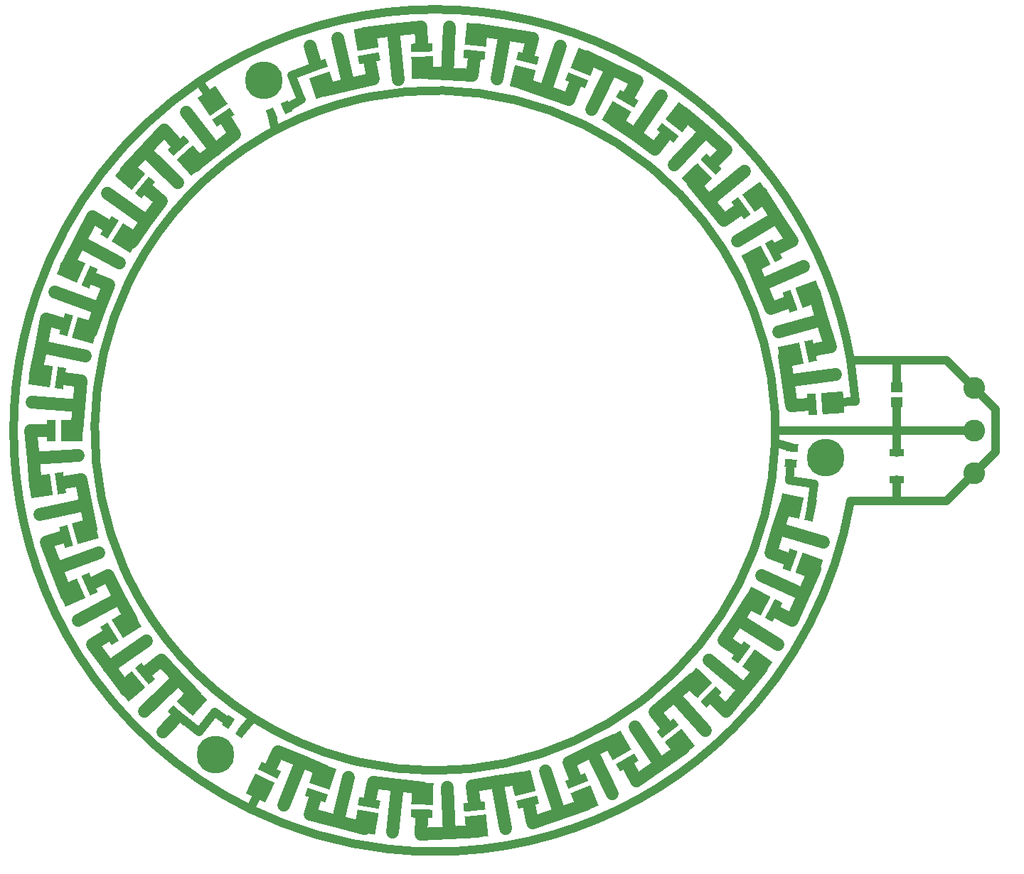
<source format=gtl>
G04 Layer_Physical_Order=1*
G04 Layer_Color=255*
%FSLAX44Y44*%
%MOMM*%
G71*
G01*
G75*
%ADD10C,1.0000*%
G04:AMPARAMS|DCode=11|XSize=0.95mm|YSize=1.4mm|CornerRadius=0mm|HoleSize=0mm|Usage=FLASHONLY|Rotation=266.017|XOffset=0mm|YOffset=0mm|HoleType=Round|Shape=Rectangle|*
%AMROTATEDRECTD11*
4,1,4,-0.6653,0.5225,0.7313,0.4252,0.6653,-0.5225,-0.7313,-0.4252,-0.6653,0.5225,0.0*
%
%ADD11ROTATEDRECTD11*%

G04:AMPARAMS|DCode=12|XSize=2.55mm|YSize=2.6mm|CornerRadius=0mm|HoleSize=0mm|Usage=FLASHONLY|Rotation=78.000|XOffset=0mm|YOffset=0mm|HoleType=Round|Shape=Rectangle|*
%AMROTATEDRECTD12*
4,1,4,1.0065,-1.5174,-1.5367,-0.9768,-1.0065,1.5174,1.5367,0.9768,1.0065,-1.5174,0.0*
%
%ADD12ROTATEDRECTD12*%

G04:AMPARAMS|DCode=13|XSize=2.55mm|YSize=1mm|CornerRadius=0mm|HoleSize=0mm|Usage=FLASHONLY|Rotation=78.000|XOffset=0mm|YOffset=0mm|HoleType=Round|Shape=Rectangle|*
%AMROTATEDRECTD13*
4,1,4,0.2240,-1.3511,-0.7542,-1.1432,-0.2240,1.3511,0.7542,1.1432,0.2240,-1.3511,0.0*
%
%ADD13ROTATEDRECTD13*%

%ADD14R,1.8000X0.9000*%
%ADD15R,1.4500X1.1500*%
G04:AMPARAMS|DCode=16|XSize=0.95mm|YSize=1.4mm|CornerRadius=0mm|HoleSize=0mm|Usage=FLASHONLY|Rotation=26.000|XOffset=0mm|YOffset=0mm|HoleType=Round|Shape=Rectangle|*
%AMROTATEDRECTD16*
4,1,4,-0.1201,-0.8374,-0.7338,0.4209,0.1201,0.8374,0.7338,-0.4209,-0.1201,-0.8374,0.0*
%
%ADD16ROTATEDRECTD16*%

G04:AMPARAMS|DCode=17|XSize=2.55mm|YSize=2.6mm|CornerRadius=0mm|HoleSize=0mm|Usage=FLASHONLY|Rotation=274.000|XOffset=0mm|YOffset=0mm|HoleType=Round|Shape=Rectangle|*
%AMROTATEDRECTD17*
4,1,4,-1.3858,1.1812,1.2079,1.3626,1.3858,-1.1812,-1.2079,-1.3626,-1.3858,1.1812,0.0*
%
%ADD17ROTATEDRECTD17*%

G04:AMPARAMS|DCode=18|XSize=2.55mm|YSize=1mm|CornerRadius=0mm|HoleSize=0mm|Usage=FLASHONLY|Rotation=274.000|XOffset=0mm|YOffset=0mm|HoleType=Round|Shape=Rectangle|*
%AMROTATEDRECTD18*
4,1,4,-0.5877,1.2370,0.4098,1.3068,0.5877,-1.2370,-0.4098,-1.3068,-0.5877,1.2370,0.0*
%
%ADD18ROTATEDRECTD18*%

G04:AMPARAMS|DCode=19|XSize=2.55mm|YSize=2.6mm|CornerRadius=0mm|HoleSize=0mm|Usage=FLASHONLY|Rotation=102.000|XOffset=0mm|YOffset=0mm|HoleType=Round|Shape=Rectangle|*
%AMROTATEDRECTD19*
4,1,4,1.5367,-0.9768,-1.0065,-1.5174,-1.5367,0.9768,1.0065,1.5174,1.5367,-0.9768,0.0*
%
%ADD19ROTATEDRECTD19*%

G04:AMPARAMS|DCode=20|XSize=2.55mm|YSize=1mm|CornerRadius=0mm|HoleSize=0mm|Usage=FLASHONLY|Rotation=102.000|XOffset=0mm|YOffset=0mm|HoleType=Round|Shape=Rectangle|*
%AMROTATEDRECTD20*
4,1,4,0.7542,-1.1432,-0.2240,-1.3511,-0.7542,1.1432,0.2240,1.3511,0.7542,-1.1432,0.0*
%
%ADD20ROTATEDRECTD20*%

G04:AMPARAMS|DCode=21|XSize=2.55mm|YSize=2.6mm|CornerRadius=0mm|HoleSize=0mm|Usage=FLASHONLY|Rotation=290.000|XOffset=0mm|YOffset=0mm|HoleType=Round|Shape=Rectangle|*
%AMROTATEDRECTD21*
4,1,4,-1.6577,0.7535,0.7855,1.6427,1.6577,-0.7535,-0.7855,-1.6427,-1.6577,0.7535,0.0*
%
%ADD21ROTATEDRECTD21*%

G04:AMPARAMS|DCode=22|XSize=2.55mm|YSize=1mm|CornerRadius=0mm|HoleSize=0mm|Usage=FLASHONLY|Rotation=290.000|XOffset=0mm|YOffset=0mm|HoleType=Round|Shape=Rectangle|*
%AMROTATEDRECTD22*
4,1,4,-0.9059,1.0271,0.0338,1.3691,0.9059,-1.0271,-0.0338,-1.3691,-0.9059,1.0271,0.0*
%
%ADD22ROTATEDRECTD22*%

G04:AMPARAMS|DCode=23|XSize=2.55mm|YSize=2.6mm|CornerRadius=0mm|HoleSize=0mm|Usage=FLASHONLY|Rotation=118.000|XOffset=0mm|YOffset=0mm|HoleType=Round|Shape=Rectangle|*
%AMROTATEDRECTD23*
4,1,4,1.7464,-0.5154,-0.5493,-1.7361,-1.7464,0.5154,0.5493,1.7361,1.7464,-0.5154,0.0*
%
%ADD23ROTATEDRECTD23*%

G04:AMPARAMS|DCode=24|XSize=2.55mm|YSize=1mm|CornerRadius=0mm|HoleSize=0mm|Usage=FLASHONLY|Rotation=118.000|XOffset=0mm|YOffset=0mm|HoleType=Round|Shape=Rectangle|*
%AMROTATEDRECTD24*
4,1,4,1.0400,-0.8910,0.1571,-1.3605,-1.0400,0.8910,-0.1571,1.3605,1.0400,-0.8910,0.0*
%
%ADD24ROTATEDRECTD24*%

G04:AMPARAMS|DCode=25|XSize=2.55mm|YSize=2.6mm|CornerRadius=0mm|HoleSize=0mm|Usage=FLASHONLY|Rotation=306.000|XOffset=0mm|YOffset=0mm|HoleType=Round|Shape=Rectangle|*
%AMROTATEDRECTD25*
4,1,4,-1.8012,0.2674,0.3023,1.7956,1.8012,-0.2674,-0.3023,-1.7956,-1.8012,0.2674,0.0*
%
%ADD25ROTATEDRECTD25*%

G04:AMPARAMS|DCode=26|XSize=2.55mm|YSize=1mm|CornerRadius=0mm|HoleSize=0mm|Usage=FLASHONLY|Rotation=306.000|XOffset=0mm|YOffset=0mm|HoleType=Round|Shape=Rectangle|*
%AMROTATEDRECTD26*
4,1,4,-1.1539,0.7376,-0.3449,1.3254,1.1539,-0.7376,0.3449,-1.3254,-1.1539,0.7376,0.0*
%
%ADD26ROTATEDRECTD26*%

G04:AMPARAMS|DCode=27|XSize=2.55mm|YSize=2.6mm|CornerRadius=0mm|HoleSize=0mm|Usage=FLASHONLY|Rotation=134.000|XOffset=0mm|YOffset=0mm|HoleType=Round|Shape=Rectangle|*
%AMROTATEDRECTD27*
4,1,4,1.8208,-0.0141,-0.0495,-1.8202,-1.8208,0.0141,0.0495,1.8202,1.8208,-0.0141,0.0*
%
%ADD27ROTATEDRECTD27*%

G04:AMPARAMS|DCode=28|XSize=2.55mm|YSize=1mm|CornerRadius=0mm|HoleSize=0mm|Usage=FLASHONLY|Rotation=134.000|XOffset=0mm|YOffset=0mm|HoleType=Round|Shape=Rectangle|*
%AMROTATEDRECTD28*
4,1,4,1.2454,-0.5698,0.5260,-1.2645,-1.2454,0.5698,-0.5260,1.2645,1.2454,-0.5698,0.0*
%
%ADD28ROTATEDRECTD28*%

G04:AMPARAMS|DCode=29|XSize=2.55mm|YSize=2.6mm|CornerRadius=0mm|HoleSize=0mm|Usage=FLASHONLY|Rotation=322.000|XOffset=0mm|YOffset=0mm|HoleType=Round|Shape=Rectangle|*
%AMROTATEDRECTD29*
4,1,4,-1.8051,-0.2394,-0.2044,1.8094,1.8051,0.2394,0.2044,-1.8094,-1.8051,-0.2394,0.0*
%
%ADD29ROTATEDRECTD29*%

G04:AMPARAMS|DCode=30|XSize=2.55mm|YSize=1mm|CornerRadius=0mm|HoleSize=0mm|Usage=FLASHONLY|Rotation=322.000|XOffset=0mm|YOffset=0mm|HoleType=Round|Shape=Rectangle|*
%AMROTATEDRECTD30*
4,1,4,-1.3125,0.3910,-0.6969,1.1790,1.3125,-0.3910,0.6969,-1.1790,-1.3125,0.3910,0.0*
%
%ADD30ROTATEDRECTD30*%

G04:AMPARAMS|DCode=31|XSize=2.55mm|YSize=2.6mm|CornerRadius=0mm|HoleSize=0mm|Usage=FLASHONLY|Rotation=150.000|XOffset=0mm|YOffset=0mm|HoleType=Round|Shape=Rectangle|*
%AMROTATEDRECTD31*
4,1,4,1.7542,0.4883,0.4542,-1.7633,-1.7542,-0.4883,-0.4542,1.7633,1.7542,0.4883,0.0*
%
%ADD31ROTATEDRECTD31*%

G04:AMPARAMS|DCode=32|XSize=2.55mm|YSize=1mm|CornerRadius=0mm|HoleSize=0mm|Usage=FLASHONLY|Rotation=150.000|XOffset=0mm|YOffset=0mm|HoleType=Round|Shape=Rectangle|*
%AMROTATEDRECTD32*
4,1,4,1.3542,-0.2045,0.8542,-1.0705,-1.3542,0.2045,-0.8542,1.0705,1.3542,-0.2045,0.0*
%
%ADD32ROTATEDRECTD32*%

G04:AMPARAMS|DCode=33|XSize=2.55mm|YSize=2.6mm|CornerRadius=0mm|HoleSize=0mm|Usage=FLASHONLY|Rotation=338.000|XOffset=0mm|YOffset=0mm|HoleType=Round|Shape=Rectangle|*
%AMROTATEDRECTD33*
4,1,4,-1.6692,-0.7277,-0.6952,1.6830,1.6692,0.7277,0.6952,-1.6830,-1.6692,-0.7277,0.0*
%
%ADD33ROTATEDRECTD33*%

G04:AMPARAMS|DCode=34|XSize=2.55mm|YSize=1mm|CornerRadius=0mm|HoleSize=0mm|Usage=FLASHONLY|Rotation=338.000|XOffset=0mm|YOffset=0mm|HoleType=Round|Shape=Rectangle|*
%AMROTATEDRECTD34*
4,1,4,-1.3695,0.0140,-0.9949,0.9412,1.3695,-0.0140,0.9949,-0.9412,-1.3695,0.0140,0.0*
%
%ADD34ROTATEDRECTD34*%

G04:AMPARAMS|DCode=35|XSize=2.55mm|YSize=2.6mm|CornerRadius=0mm|HoleSize=0mm|Usage=FLASHONLY|Rotation=166.000|XOffset=0mm|YOffset=0mm|HoleType=Round|Shape=Rectangle|*
%AMROTATEDRECTD35*
4,1,4,1.5516,0.9529,0.9226,-1.5698,-1.5516,-0.9529,-0.9226,1.5698,1.5516,0.9529,0.0*
%
%ADD35ROTATEDRECTD35*%

G04:AMPARAMS|DCode=36|XSize=2.55mm|YSize=1mm|CornerRadius=0mm|HoleSize=0mm|Usage=FLASHONLY|Rotation=166.000|XOffset=0mm|YOffset=0mm|HoleType=Round|Shape=Rectangle|*
%AMROTATEDRECTD36*
4,1,4,1.3581,0.1767,1.1162,-0.7936,-1.3581,-0.1767,-1.1162,0.7936,1.3581,0.1767,0.0*
%
%ADD36ROTATEDRECTD36*%

G04:AMPARAMS|DCode=37|XSize=2.55mm|YSize=2.6mm|CornerRadius=0mm|HoleSize=0mm|Usage=FLASHONLY|Rotation=354.000|XOffset=0mm|YOffset=0mm|HoleType=Round|Shape=Rectangle|*
%AMROTATEDRECTD37*
4,1,4,-1.4039,-1.1596,-1.1321,1.4262,1.4039,1.1596,1.1321,-1.4262,-1.4039,-1.1596,0.0*
%
%ADD37ROTATEDRECTD37*%

G04:AMPARAMS|DCode=38|XSize=2.55mm|YSize=1mm|CornerRadius=0mm|HoleSize=0mm|Usage=FLASHONLY|Rotation=354.000|XOffset=0mm|YOffset=0mm|HoleType=Round|Shape=Rectangle|*
%AMROTATEDRECTD38*
4,1,4,-1.3203,-0.3640,-1.2157,0.6305,1.3203,0.3640,1.2157,-0.6305,-1.3203,-0.3640,0.0*
%
%ADD38ROTATEDRECTD38*%

G04:AMPARAMS|DCode=39|XSize=2.55mm|YSize=2.6mm|CornerRadius=0mm|HoleSize=0mm|Usage=FLASHONLY|Rotation=182.000|XOffset=0mm|YOffset=0mm|HoleType=Round|Shape=Rectangle|*
%AMROTATEDRECTD39*
4,1,4,1.2289,1.3437,1.3196,-1.2547,-1.2289,-1.3437,-1.3196,1.2547,1.2289,1.3437,0.0*
%
%ADD39ROTATEDRECTD39*%

G04:AMPARAMS|DCode=40|XSize=2.55mm|YSize=1mm|CornerRadius=0mm|HoleSize=0mm|Usage=FLASHONLY|Rotation=182.000|XOffset=0mm|YOffset=0mm|HoleType=Round|Shape=Rectangle|*
%AMROTATEDRECTD40*
4,1,4,1.2568,0.5442,1.2917,-0.4552,-1.2568,-0.5442,-1.2917,0.4552,1.2568,0.5442,0.0*
%
%ADD40ROTATEDRECTD40*%

G04:AMPARAMS|DCode=41|XSize=2.55mm|YSize=2.6mm|CornerRadius=0mm|HoleSize=0mm|Usage=FLASHONLY|Rotation=10.000|XOffset=0mm|YOffset=0mm|HoleType=Round|Shape=Rectangle|*
%AMROTATEDRECTD41*
4,1,4,-1.0299,-1.5017,-1.4814,1.0589,1.0299,1.5017,1.4814,-1.0589,-1.0299,-1.5017,0.0*
%
%ADD41ROTATEDRECTD41*%

G04:AMPARAMS|DCode=42|XSize=2.55mm|YSize=1mm|CornerRadius=0mm|HoleSize=0mm|Usage=FLASHONLY|Rotation=10.000|XOffset=0mm|YOffset=0mm|HoleType=Round|Shape=Rectangle|*
%AMROTATEDRECTD42*
4,1,4,-1.1688,-0.7138,-1.3425,0.2710,1.1688,0.7138,1.3425,-0.2710,-1.1688,-0.7138,0.0*
%
%ADD42ROTATEDRECTD42*%

G04:AMPARAMS|DCode=43|XSize=2.55mm|YSize=2.6mm|CornerRadius=0mm|HoleSize=0mm|Usage=FLASHONLY|Rotation=198.000|XOffset=0mm|YOffset=0mm|HoleType=Round|Shape=Rectangle|*
%AMROTATEDRECTD43*
4,1,4,0.8109,1.6304,1.6143,-0.8424,-0.8109,-1.6304,-1.6143,0.8424,0.8109,1.6304,0.0*
%
%ADD43ROTATEDRECTD43*%

G04:AMPARAMS|DCode=44|XSize=2.55mm|YSize=1mm|CornerRadius=0mm|HoleSize=0mm|Usage=FLASHONLY|Rotation=198.000|XOffset=0mm|YOffset=0mm|HoleType=Round|Shape=Rectangle|*
%AMROTATEDRECTD44*
4,1,4,1.0581,0.8695,1.3671,-0.0815,-1.0581,-0.8695,-1.3671,0.0815,1.0581,0.8695,0.0*
%
%ADD44ROTATEDRECTD44*%

G04:AMPARAMS|DCode=45|XSize=0.95mm|YSize=1.4mm|CornerRadius=0mm|HoleSize=0mm|Usage=FLASHONLY|Rotation=146.000|XOffset=0mm|YOffset=0mm|HoleType=Round|Shape=Rectangle|*
%AMROTATEDRECTD45*
4,1,4,0.7852,0.3147,0.0024,-0.8459,-0.7852,-0.3147,-0.0024,0.8459,0.7852,0.3147,0.0*
%
%ADD45ROTATEDRECTD45*%

G04:AMPARAMS|DCode=46|XSize=2.55mm|YSize=2.6mm|CornerRadius=0mm|HoleSize=0mm|Usage=FLASHONLY|Rotation=34.000|XOffset=0mm|YOffset=0mm|HoleType=Round|Shape=Rectangle|*
%AMROTATEDRECTD46*
4,1,4,-0.3301,-1.7907,-1.7840,0.3648,0.3301,1.7907,1.7840,-0.3648,-0.3301,-1.7907,0.0*
%
%ADD46ROTATEDRECTD46*%

G04:AMPARAMS|DCode=47|XSize=2.55mm|YSize=1mm|CornerRadius=0mm|HoleSize=0mm|Usage=FLASHONLY|Rotation=34.000|XOffset=0mm|YOffset=0mm|HoleType=Round|Shape=Rectangle|*
%AMROTATEDRECTD47*
4,1,4,-0.7774,-1.1275,-1.3366,-0.2984,0.7774,1.1275,1.3366,0.2984,-0.7774,-1.1275,0.0*
%
%ADD47ROTATEDRECTD47*%

G04:AMPARAMS|DCode=48|XSize=2.55mm|YSize=2.6mm|CornerRadius=0mm|HoleSize=0mm|Usage=FLASHONLY|Rotation=222.000|XOffset=0mm|YOffset=0mm|HoleType=Round|Shape=Rectangle|*
%AMROTATEDRECTD48*
4,1,4,0.0776,1.8192,1.8174,-0.1129,-0.0776,-1.8192,-1.8174,0.1129,0.0776,1.8192,0.0*
%
%ADD48ROTATEDRECTD48*%

G04:AMPARAMS|DCode=49|XSize=2.55mm|YSize=1mm|CornerRadius=0mm|HoleSize=0mm|Usage=FLASHONLY|Rotation=222.000|XOffset=0mm|YOffset=0mm|HoleType=Round|Shape=Rectangle|*
%AMROTATEDRECTD49*
4,1,4,0.6129,1.2247,1.2821,0.4816,-0.6129,-1.2247,-1.2821,-0.4816,0.6129,1.2247,0.0*
%
%ADD49ROTATEDRECTD49*%

G04:AMPARAMS|DCode=50|XSize=2.55mm|YSize=2.6mm|CornerRadius=0mm|HoleSize=0mm|Usage=FLASHONLY|Rotation=50.000|XOffset=0mm|YOffset=0mm|HoleType=Round|Shape=Rectangle|*
%AMROTATEDRECTD50*
4,1,4,0.1763,-1.8123,-1.8154,-0.1411,-0.1763,1.8123,1.8154,0.1411,0.1763,-1.8123,0.0*
%
%ADD50ROTATEDRECTD50*%

G04:AMPARAMS|DCode=51|XSize=2.55mm|YSize=1mm|CornerRadius=0mm|HoleSize=0mm|Usage=FLASHONLY|Rotation=50.000|XOffset=0mm|YOffset=0mm|HoleType=Round|Shape=Rectangle|*
%AMROTATEDRECTD51*
4,1,4,-0.4365,-1.2981,-1.2026,-0.6553,0.4365,1.2981,1.2026,0.6553,-0.4365,-1.2981,0.0*
%
%ADD51ROTATEDRECTD51*%

G04:AMPARAMS|DCode=52|XSize=2.55mm|YSize=2.6mm|CornerRadius=0mm|HoleSize=0mm|Usage=FLASHONLY|Rotation=238.000|XOffset=0mm|YOffset=0mm|HoleType=Round|Shape=Rectangle|*
%AMROTATEDRECTD52*
4,1,4,-0.4268,1.7702,1.7781,0.3924,0.4268,-1.7702,-1.7781,-0.3924,-0.4268,1.7702,0.0*
%
%ADD52ROTATEDRECTD52*%

G04:AMPARAMS|DCode=53|XSize=2.55mm|YSize=1mm|CornerRadius=0mm|HoleSize=0mm|Usage=FLASHONLY|Rotation=238.000|XOffset=0mm|YOffset=0mm|HoleType=Round|Shape=Rectangle|*
%AMROTATEDRECTD53*
4,1,4,0.2516,1.3462,1.0997,0.8163,-0.2516,-1.3462,-1.0997,-0.8163,0.2516,1.3462,0.0*
%
%ADD53ROTATEDRECTD53*%

G04:AMPARAMS|DCode=54|XSize=2.55mm|YSize=2.6mm|CornerRadius=0mm|HoleSize=0mm|Usage=FLASHONLY|Rotation=66.000|XOffset=0mm|YOffset=0mm|HoleType=Round|Shape=Rectangle|*
%AMROTATEDRECTD54*
4,1,4,0.6690,-1.6935,-1.7062,-0.6360,-0.6690,1.6935,1.7062,0.6360,0.6690,-1.6935,0.0*
%
%ADD54ROTATEDRECTD54*%

G04:AMPARAMS|DCode=55|XSize=2.55mm|YSize=1mm|CornerRadius=0mm|HoleSize=0mm|Usage=FLASHONLY|Rotation=66.000|XOffset=0mm|YOffset=0mm|HoleType=Round|Shape=Rectangle|*
%AMROTATEDRECTD55*
4,1,4,-0.0618,-1.3681,-0.9754,-0.9614,0.0618,1.3681,0.9754,0.9614,-0.0618,-1.3681,0.0*
%
%ADD55ROTATEDRECTD55*%

G04:AMPARAMS|DCode=56|XSize=2.55mm|YSize=2.6mm|CornerRadius=0mm|HoleSize=0mm|Usage=FLASHONLY|Rotation=254.000|XOffset=0mm|YOffset=0mm|HoleType=Round|Shape=Rectangle|*
%AMROTATEDRECTD56*
4,1,4,-0.8982,1.5839,1.6011,0.8673,0.8982,-1.5839,-1.6011,-0.8673,-0.8982,1.5839,0.0*
%
%ADD56ROTATEDRECTD56*%

G04:AMPARAMS|DCode=57|XSize=2.55mm|YSize=1mm|CornerRadius=0mm|HoleSize=0mm|Usage=FLASHONLY|Rotation=254.000|XOffset=0mm|YOffset=0mm|HoleType=Round|Shape=Rectangle|*
%AMROTATEDRECTD57*
4,1,4,-0.1292,1.3634,0.8321,1.0878,0.1292,-1.3634,-0.8321,-1.0878,-0.1292,1.3634,0.0*
%
%ADD57ROTATEDRECTD57*%

G04:AMPARAMS|DCode=58|XSize=2.55mm|YSize=2.6mm|CornerRadius=0mm|HoleSize=0mm|Usage=FLASHONLY|Rotation=82.000|XOffset=0mm|YOffset=0mm|HoleType=Round|Shape=Rectangle|*
%AMROTATEDRECTD58*
4,1,4,1.1099,-1.4435,-1.4648,-1.0817,-1.1099,1.4435,1.4648,1.0817,1.1099,-1.4435,0.0*
%
%ADD58ROTATEDRECTD58*%

G04:AMPARAMS|DCode=59|XSize=2.55mm|YSize=1mm|CornerRadius=0mm|HoleSize=0mm|Usage=FLASHONLY|Rotation=82.000|XOffset=0mm|YOffset=0mm|HoleType=Round|Shape=Rectangle|*
%AMROTATEDRECTD59*
4,1,4,0.3177,-1.3322,-0.6726,-1.1930,-0.3177,1.3322,0.6726,1.1930,0.3177,-1.3322,0.0*
%
%ADD59ROTATEDRECTD59*%

%ADD60R,2.6000X2.5500*%
%ADD61R,1.0000X2.5500*%
G04:AMPARAMS|DCode=62|XSize=2.55mm|YSize=2.6mm|CornerRadius=0mm|HoleSize=0mm|Usage=FLASHONLY|Rotation=98.000|XOffset=0mm|YOffset=0mm|HoleType=Round|Shape=Rectangle|*
%AMROTATEDRECTD62*
4,1,4,1.4648,-1.0817,-1.1099,-1.4435,-1.4648,1.0817,1.1099,1.4435,1.4648,-1.0817,0.0*
%
%ADD62ROTATEDRECTD62*%

G04:AMPARAMS|DCode=63|XSize=2.55mm|YSize=1mm|CornerRadius=0mm|HoleSize=0mm|Usage=FLASHONLY|Rotation=98.000|XOffset=0mm|YOffset=0mm|HoleType=Round|Shape=Rectangle|*
%AMROTATEDRECTD63*
4,1,4,0.6726,-1.1930,-0.3177,-1.3322,-0.6726,1.1930,0.3177,1.3322,0.6726,-1.1930,0.0*
%
%ADD63ROTATEDRECTD63*%

G04:AMPARAMS|DCode=64|XSize=2.55mm|YSize=2.6mm|CornerRadius=0mm|HoleSize=0mm|Usage=FLASHONLY|Rotation=286.000|XOffset=0mm|YOffset=0mm|HoleType=Round|Shape=Rectangle|*
%AMROTATEDRECTD64*
4,1,4,-1.6011,0.8673,0.8982,1.5839,1.6011,-0.8673,-0.8982,-1.5839,-1.6011,0.8673,0.0*
%
%ADD64ROTATEDRECTD64*%

G04:AMPARAMS|DCode=65|XSize=2.55mm|YSize=1mm|CornerRadius=0mm|HoleSize=0mm|Usage=FLASHONLY|Rotation=286.000|XOffset=0mm|YOffset=0mm|HoleType=Round|Shape=Rectangle|*
%AMROTATEDRECTD65*
4,1,4,-0.8321,1.0878,0.1292,1.3634,0.8321,-1.0878,-0.1292,-1.3634,-0.8321,1.0878,0.0*
%
%ADD65ROTATEDRECTD65*%

G04:AMPARAMS|DCode=66|XSize=2.55mm|YSize=2.6mm|CornerRadius=0mm|HoleSize=0mm|Usage=FLASHONLY|Rotation=114.000|XOffset=0mm|YOffset=0mm|HoleType=Round|Shape=Rectangle|*
%AMROTATEDRECTD66*
4,1,4,1.7062,-0.6360,-0.6690,-1.6935,-1.7062,0.6360,0.6690,1.6935,1.7062,-0.6360,0.0*
%
%ADD66ROTATEDRECTD66*%

G04:AMPARAMS|DCode=67|XSize=2.55mm|YSize=1mm|CornerRadius=0mm|HoleSize=0mm|Usage=FLASHONLY|Rotation=114.000|XOffset=0mm|YOffset=0mm|HoleType=Round|Shape=Rectangle|*
%AMROTATEDRECTD67*
4,1,4,0.9754,-0.9614,0.0618,-1.3681,-0.9754,0.9614,-0.0618,1.3681,0.9754,-0.9614,0.0*
%
%ADD67ROTATEDRECTD67*%

G04:AMPARAMS|DCode=68|XSize=2.55mm|YSize=2.6mm|CornerRadius=0mm|HoleSize=0mm|Usage=FLASHONLY|Rotation=302.000|XOffset=0mm|YOffset=0mm|HoleType=Round|Shape=Rectangle|*
%AMROTATEDRECTD68*
4,1,4,-1.7781,0.3924,0.4268,1.7702,1.7781,-0.3924,-0.4268,-1.7702,-1.7781,0.3924,0.0*
%
%ADD68ROTATEDRECTD68*%

G04:AMPARAMS|DCode=69|XSize=2.55mm|YSize=1mm|CornerRadius=0mm|HoleSize=0mm|Usage=FLASHONLY|Rotation=302.000|XOffset=0mm|YOffset=0mm|HoleType=Round|Shape=Rectangle|*
%AMROTATEDRECTD69*
4,1,4,-1.0997,0.8163,-0.2516,1.3462,1.0997,-0.8163,0.2516,-1.3462,-1.0997,0.8163,0.0*
%
%ADD69ROTATEDRECTD69*%

G04:AMPARAMS|DCode=70|XSize=2.55mm|YSize=2.6mm|CornerRadius=0mm|HoleSize=0mm|Usage=FLASHONLY|Rotation=130.000|XOffset=0mm|YOffset=0mm|HoleType=Round|Shape=Rectangle|*
%AMROTATEDRECTD70*
4,1,4,1.8154,-0.1411,-0.1763,-1.8123,-1.8154,0.1411,0.1763,1.8123,1.8154,-0.1411,0.0*
%
%ADD70ROTATEDRECTD70*%

G04:AMPARAMS|DCode=71|XSize=2.55mm|YSize=1mm|CornerRadius=0mm|HoleSize=0mm|Usage=FLASHONLY|Rotation=130.000|XOffset=0mm|YOffset=0mm|HoleType=Round|Shape=Rectangle|*
%AMROTATEDRECTD71*
4,1,4,1.2026,-0.6553,0.4365,-1.2981,-1.2026,0.6553,-0.4365,1.2981,1.2026,-0.6553,0.0*
%
%ADD71ROTATEDRECTD71*%

G04:AMPARAMS|DCode=72|XSize=2.55mm|YSize=2.6mm|CornerRadius=0mm|HoleSize=0mm|Usage=FLASHONLY|Rotation=318.000|XOffset=0mm|YOffset=0mm|HoleType=Round|Shape=Rectangle|*
%AMROTATEDRECTD72*
4,1,4,-1.8174,-0.1129,-0.0776,1.8192,1.8174,0.1129,0.0776,-1.8192,-1.8174,-0.1129,0.0*
%
%ADD72ROTATEDRECTD72*%

G04:AMPARAMS|DCode=73|XSize=2.55mm|YSize=1mm|CornerRadius=0mm|HoleSize=0mm|Usage=FLASHONLY|Rotation=318.000|XOffset=0mm|YOffset=0mm|HoleType=Round|Shape=Rectangle|*
%AMROTATEDRECTD73*
4,1,4,-1.2821,0.4816,-0.6129,1.2247,1.2821,-0.4816,0.6129,-1.2247,-1.2821,0.4816,0.0*
%
%ADD73ROTATEDRECTD73*%

G04:AMPARAMS|DCode=74|XSize=2.55mm|YSize=2.6mm|CornerRadius=0mm|HoleSize=0mm|Usage=FLASHONLY|Rotation=154.000|XOffset=0mm|YOffset=0mm|HoleType=Round|Shape=Rectangle|*
%AMROTATEDRECTD74*
4,1,4,1.7159,0.6095,0.5761,-1.7273,-1.7159,-0.6095,-0.5761,1.7273,1.7159,0.6095,0.0*
%
%ADD74ROTATEDRECTD74*%

G04:AMPARAMS|DCode=75|XSize=2.55mm|YSize=1mm|CornerRadius=0mm|HoleSize=0mm|Usage=FLASHONLY|Rotation=154.000|XOffset=0mm|YOffset=0mm|HoleType=Round|Shape=Rectangle|*
%AMROTATEDRECTD75*
4,1,4,1.3651,-0.1095,0.9268,-1.0083,-1.3651,0.1095,-0.9268,1.0083,1.3651,-0.1095,0.0*
%
%ADD75ROTATEDRECTD75*%

G04:AMPARAMS|DCode=76|XSize=2.55mm|YSize=2.6mm|CornerRadius=0mm|HoleSize=0mm|Usage=FLASHONLY|Rotation=342.000|XOffset=0mm|YOffset=0mm|HoleType=Round|Shape=Rectangle|*
%AMROTATEDRECTD76*
4,1,4,-1.6143,-0.8424,-0.8109,1.6304,1.6143,0.8424,0.8109,-1.6304,-1.6143,-0.8424,0.0*
%
%ADD76ROTATEDRECTD76*%

G04:AMPARAMS|DCode=77|XSize=2.55mm|YSize=1mm|CornerRadius=0mm|HoleSize=0mm|Usage=FLASHONLY|Rotation=342.000|XOffset=0mm|YOffset=0mm|HoleType=Round|Shape=Rectangle|*
%AMROTATEDRECTD77*
4,1,4,-1.3671,-0.0815,-1.0581,0.8695,1.3671,0.0815,1.0581,-0.8695,-1.3671,-0.0815,0.0*
%
%ADD77ROTATEDRECTD77*%

G04:AMPARAMS|DCode=78|XSize=2.55mm|YSize=2.6mm|CornerRadius=0mm|HoleSize=0mm|Usage=FLASHONLY|Rotation=170.000|XOffset=0mm|YOffset=0mm|HoleType=Round|Shape=Rectangle|*
%AMROTATEDRECTD78*
4,1,4,1.4814,1.0589,1.0299,-1.5017,-1.4814,-1.0589,-1.0299,1.5017,1.4814,1.0589,0.0*
%
%ADD78ROTATEDRECTD78*%

G04:AMPARAMS|DCode=79|XSize=2.55mm|YSize=1mm|CornerRadius=0mm|HoleSize=0mm|Usage=FLASHONLY|Rotation=170.000|XOffset=0mm|YOffset=0mm|HoleType=Round|Shape=Rectangle|*
%AMROTATEDRECTD79*
4,1,4,1.3425,0.2710,1.1688,-0.7138,-1.3425,-0.2710,-1.1688,0.7138,1.3425,0.2710,0.0*
%
%ADD79ROTATEDRECTD79*%

G04:AMPARAMS|DCode=80|XSize=2.55mm|YSize=2.6mm|CornerRadius=0mm|HoleSize=0mm|Usage=FLASHONLY|Rotation=358.000|XOffset=0mm|YOffset=0mm|HoleType=Round|Shape=Rectangle|*
%AMROTATEDRECTD80*
4,1,4,-1.3196,-1.2547,-1.2289,1.3437,1.3196,1.2547,1.2289,-1.3437,-1.3196,-1.2547,0.0*
%
%ADD80ROTATEDRECTD80*%

G04:AMPARAMS|DCode=81|XSize=2.55mm|YSize=1mm|CornerRadius=0mm|HoleSize=0mm|Usage=FLASHONLY|Rotation=358.000|XOffset=0mm|YOffset=0mm|HoleType=Round|Shape=Rectangle|*
%AMROTATEDRECTD81*
4,1,4,-1.2917,-0.4552,-1.2568,0.5442,1.2917,0.4552,1.2568,-0.5442,-1.2917,-0.4552,0.0*
%
%ADD81ROTATEDRECTD81*%

G04:AMPARAMS|DCode=82|XSize=2.55mm|YSize=2.6mm|CornerRadius=0mm|HoleSize=0mm|Usage=FLASHONLY|Rotation=186.000|XOffset=0mm|YOffset=0mm|HoleType=Round|Shape=Rectangle|*
%AMROTATEDRECTD82*
4,1,4,1.1321,1.4262,1.4039,-1.1596,-1.1321,-1.4262,-1.4039,1.1596,1.1321,1.4262,0.0*
%
%ADD82ROTATEDRECTD82*%

G04:AMPARAMS|DCode=83|XSize=2.55mm|YSize=1mm|CornerRadius=0mm|HoleSize=0mm|Usage=FLASHONLY|Rotation=186.000|XOffset=0mm|YOffset=0mm|HoleType=Round|Shape=Rectangle|*
%AMROTATEDRECTD83*
4,1,4,1.2157,0.6305,1.3203,-0.3640,-1.2157,-0.6305,-1.3203,0.3640,1.2157,0.6305,0.0*
%
%ADD83ROTATEDRECTD83*%

G04:AMPARAMS|DCode=84|XSize=2.55mm|YSize=2.6mm|CornerRadius=0mm|HoleSize=0mm|Usage=FLASHONLY|Rotation=14.000|XOffset=0mm|YOffset=0mm|HoleType=Round|Shape=Rectangle|*
%AMROTATEDRECTD84*
4,1,4,-0.9226,-1.5698,-1.5516,0.9529,0.9226,1.5698,1.5516,-0.9529,-0.9226,-1.5698,0.0*
%
%ADD84ROTATEDRECTD84*%

G04:AMPARAMS|DCode=85|XSize=2.55mm|YSize=1mm|CornerRadius=0mm|HoleSize=0mm|Usage=FLASHONLY|Rotation=14.000|XOffset=0mm|YOffset=0mm|HoleType=Round|Shape=Rectangle|*
%AMROTATEDRECTD85*
4,1,4,-1.1162,-0.7936,-1.3581,0.1767,1.1162,0.7936,1.3581,-0.1767,-1.1162,-0.7936,0.0*
%
%ADD85ROTATEDRECTD85*%

G04:AMPARAMS|DCode=86|XSize=2.55mm|YSize=2.6mm|CornerRadius=0mm|HoleSize=0mm|Usage=FLASHONLY|Rotation=202.000|XOffset=0mm|YOffset=0mm|HoleType=Round|Shape=Rectangle|*
%AMROTATEDRECTD86*
4,1,4,0.6952,1.6830,1.6692,-0.7277,-0.6952,-1.6830,-1.6692,0.7277,0.6952,1.6830,0.0*
%
%ADD86ROTATEDRECTD86*%

G04:AMPARAMS|DCode=87|XSize=2.55mm|YSize=1mm|CornerRadius=0mm|HoleSize=0mm|Usage=FLASHONLY|Rotation=202.000|XOffset=0mm|YOffset=0mm|HoleType=Round|Shape=Rectangle|*
%AMROTATEDRECTD87*
4,1,4,0.9949,0.9412,1.3695,0.0140,-0.9949,-0.9412,-1.3695,-0.0140,0.9949,0.9412,0.0*
%
%ADD87ROTATEDRECTD87*%

G04:AMPARAMS|DCode=88|XSize=2.55mm|YSize=2.6mm|CornerRadius=0mm|HoleSize=0mm|Usage=FLASHONLY|Rotation=30.000|XOffset=0mm|YOffset=0mm|HoleType=Round|Shape=Rectangle|*
%AMROTATEDRECTD88*
4,1,4,-0.4542,-1.7633,-1.7542,0.4883,0.4542,1.7633,1.7542,-0.4883,-0.4542,-1.7633,0.0*
%
%ADD88ROTATEDRECTD88*%

G04:AMPARAMS|DCode=89|XSize=2.55mm|YSize=1mm|CornerRadius=0mm|HoleSize=0mm|Usage=FLASHONLY|Rotation=30.000|XOffset=0mm|YOffset=0mm|HoleType=Round|Shape=Rectangle|*
%AMROTATEDRECTD89*
4,1,4,-0.8542,-1.0705,-1.3542,-0.2045,0.8542,1.0705,1.3542,0.2045,-0.8542,-1.0705,0.0*
%
%ADD89ROTATEDRECTD89*%

G04:AMPARAMS|DCode=90|XSize=2.55mm|YSize=2.6mm|CornerRadius=0mm|HoleSize=0mm|Usage=FLASHONLY|Rotation=218.000|XOffset=0mm|YOffset=0mm|HoleType=Round|Shape=Rectangle|*
%AMROTATEDRECTD90*
4,1,4,0.2044,1.8094,1.8051,-0.2394,-0.2044,-1.8094,-1.8051,0.2394,0.2044,1.8094,0.0*
%
%ADD90ROTATEDRECTD90*%

G04:AMPARAMS|DCode=91|XSize=2.55mm|YSize=1mm|CornerRadius=0mm|HoleSize=0mm|Usage=FLASHONLY|Rotation=218.000|XOffset=0mm|YOffset=0mm|HoleType=Round|Shape=Rectangle|*
%AMROTATEDRECTD91*
4,1,4,0.6969,1.1790,1.3125,0.3910,-0.6969,-1.1790,-1.3125,-0.3910,0.6969,1.1790,0.0*
%
%ADD91ROTATEDRECTD91*%

G04:AMPARAMS|DCode=92|XSize=2.55mm|YSize=2.6mm|CornerRadius=0mm|HoleSize=0mm|Usage=FLASHONLY|Rotation=46.000|XOffset=0mm|YOffset=0mm|HoleType=Round|Shape=Rectangle|*
%AMROTATEDRECTD92*
4,1,4,0.0495,-1.8202,-1.8208,-0.0141,-0.0495,1.8202,1.8208,0.0141,0.0495,-1.8202,0.0*
%
%ADD92ROTATEDRECTD92*%

G04:AMPARAMS|DCode=93|XSize=2.55mm|YSize=1mm|CornerRadius=0mm|HoleSize=0mm|Usage=FLASHONLY|Rotation=46.000|XOffset=0mm|YOffset=0mm|HoleType=Round|Shape=Rectangle|*
%AMROTATEDRECTD93*
4,1,4,-0.5260,-1.2645,-1.2454,-0.5698,0.5260,1.2645,1.2454,0.5698,-0.5260,-1.2645,0.0*
%
%ADD93ROTATEDRECTD93*%

G04:AMPARAMS|DCode=94|XSize=2.55mm|YSize=2.6mm|CornerRadius=0mm|HoleSize=0mm|Usage=FLASHONLY|Rotation=234.000|XOffset=0mm|YOffset=0mm|HoleType=Round|Shape=Rectangle|*
%AMROTATEDRECTD94*
4,1,4,-0.3023,1.7956,1.8012,0.2674,0.3023,-1.7956,-1.8012,-0.2674,-0.3023,1.7956,0.0*
%
%ADD94ROTATEDRECTD94*%

G04:AMPARAMS|DCode=95|XSize=2.55mm|YSize=1mm|CornerRadius=0mm|HoleSize=0mm|Usage=FLASHONLY|Rotation=234.000|XOffset=0mm|YOffset=0mm|HoleType=Round|Shape=Rectangle|*
%AMROTATEDRECTD95*
4,1,4,0.3449,1.3254,1.1539,0.7376,-0.3449,-1.3254,-1.1539,-0.7376,0.3449,1.3254,0.0*
%
%ADD95ROTATEDRECTD95*%

G04:AMPARAMS|DCode=96|XSize=2.55mm|YSize=2.6mm|CornerRadius=0mm|HoleSize=0mm|Usage=FLASHONLY|Rotation=62.000|XOffset=0mm|YOffset=0mm|HoleType=Round|Shape=Rectangle|*
%AMROTATEDRECTD96*
4,1,4,0.5493,-1.7361,-1.7464,-0.5154,-0.5493,1.7361,1.7464,0.5154,0.5493,-1.7361,0.0*
%
%ADD96ROTATEDRECTD96*%

G04:AMPARAMS|DCode=97|XSize=2.55mm|YSize=1mm|CornerRadius=0mm|HoleSize=0mm|Usage=FLASHONLY|Rotation=62.000|XOffset=0mm|YOffset=0mm|HoleType=Round|Shape=Rectangle|*
%AMROTATEDRECTD97*
4,1,4,-0.1571,-1.3605,-1.0400,-0.8910,0.1571,1.3605,1.0400,0.8910,-0.1571,-1.3605,0.0*
%
%ADD97ROTATEDRECTD97*%

G04:AMPARAMS|DCode=98|XSize=2.55mm|YSize=2.6mm|CornerRadius=0mm|HoleSize=0mm|Usage=FLASHONLY|Rotation=250.000|XOffset=0mm|YOffset=0mm|HoleType=Round|Shape=Rectangle|*
%AMROTATEDRECTD98*
4,1,4,-0.7855,1.6427,1.6577,0.7535,0.7855,-1.6427,-1.6577,-0.7535,-0.7855,1.6427,0.0*
%
%ADD98ROTATEDRECTD98*%

G04:AMPARAMS|DCode=99|XSize=2.55mm|YSize=1mm|CornerRadius=0mm|HoleSize=0mm|Usage=FLASHONLY|Rotation=250.000|XOffset=0mm|YOffset=0mm|HoleType=Round|Shape=Rectangle|*
%AMROTATEDRECTD99*
4,1,4,-0.0338,1.3691,0.9059,1.0271,0.0338,-1.3691,-0.9059,-1.0271,-0.0338,1.3691,0.0*
%
%ADD99ROTATEDRECTD99*%

%ADD100C,1.5000*%
%ADD101C,2.6000*%
%ADD102C,4.5000*%
D10*
X405240Y0D02*
G03*
X404603Y22722I-405240J-0D01*
G01*
X-190298Y357780D02*
G03*
X-194188Y355683I190298J-357780D01*
G01*
X-185456Y360313D02*
G03*
X-190298Y357780I185456J-360313D01*
G01*
X-365066Y-175914D02*
G03*
X-216672Y-342451I365066J175914D01*
G01*
D02*
G03*
X-102013Y-392190I216672J342451D01*
G01*
X-90222Y395069D02*
G03*
X-185456Y360313I90222J-395069D01*
G01*
X-194188Y355683D02*
G03*
X-202620Y350948I194188J-355683D01*
G01*
D02*
G03*
X-359680Y186681I202620J-350948D01*
G01*
X500538Y35001D02*
G03*
X494671Y84048I-500538J-35001D01*
G01*
D02*
G03*
X266924Y424870I-494671J-84048D01*
G01*
X-175401Y470104D02*
G03*
X-280581Y415978I175401J-470104D01*
G01*
D02*
G03*
X-473634Y165632I280581J-415978D01*
G01*
X354928Y-354668D02*
G03*
X494671Y-84048I-354928J354668D01*
G01*
X-219957Y-450979D02*
G03*
X-56026Y-498622I219957J450979D01*
G01*
X-424786Y-267057D02*
G03*
X-219957Y-450979I424786J267057D01*
G01*
X266924Y424870D02*
G03*
X-165781Y473582I-266924J-424870D01*
G01*
X404603Y22722D02*
G03*
X261997Y309156I-404603J-22722D01*
G01*
D02*
G03*
X252644Y316845I-261997J-309156D01*
G01*
D02*
G03*
X-78317Y397600I-252644J-316845D01*
G01*
D02*
G03*
X-90222Y395069I78317J-397600D01*
G01*
X-359680Y186681D02*
G03*
X-365140Y175762I359680J-186681D01*
G01*
D02*
G03*
X-370222Y-164789I365140J-175762D01*
G01*
D02*
G03*
X-365066Y-175914I370222J164789D01*
G01*
X-165781Y473582D02*
G03*
X-175401Y470104I165781J-473582D01*
G01*
X-56026Y-498622D02*
G03*
X354928Y-354668I56026J498622D01*
G01*
X-473634Y165632D02*
G03*
X-424786Y-267057I473634J-165632D01*
G01*
X404985Y-14376D02*
G03*
X405056Y-12227I-404985J14376D01*
G01*
X252777Y-316739D02*
G03*
X404985Y-14376I-252777J316739D01*
G01*
X243006Y-324296D02*
G03*
X252777Y-316739I-243006J324296D01*
G01*
X-90056Y-395107D02*
G03*
X243006Y-324296I90056J395107D01*
G01*
X-102013Y-392190D02*
G03*
X-90056Y-395107I102013J392190D01*
G01*
X405056Y-12227D02*
G03*
X405240Y0I-405056J12227D01*
G01*
X550000D01*
X424906Y-20022D02*
X425086Y-20074D01*
X405004Y-14309D02*
X424906Y-20022D01*
X-194188Y376474D02*
X-190298Y357780D01*
X-229898Y-358118D02*
X-216672Y-342451D01*
X-262001Y-335346D02*
X-245781Y-347405D01*
X-305659Y-339469D02*
X-280766Y-359364D01*
X-170835Y422832D02*
X-141159Y434443D01*
X423765Y-39035D02*
X423768Y-39013D01*
X421418Y-59226D02*
X423765Y-39035D01*
X446818Y-94974D02*
X451582Y-63634D01*
X421418Y-59226D02*
X451582Y-63634D01*
X494671Y84048D02*
X550000D01*
X479280Y33514D02*
X500538Y35001D01*
X494671Y-84048D02*
X608752D01*
X-280581Y415978D02*
X-268664Y398311D01*
X-219957Y-450979D02*
X-210615Y-431826D01*
X-175401Y384803D02*
X-159418Y394572D01*
X-170835Y422832D02*
X-159618Y395069D01*
X-280766Y-359364D02*
X-262001Y-335346D01*
X608752Y84048D02*
X642000Y50800D01*
X667500Y25300D01*
X642000Y-50800D02*
X667500Y-25300D01*
Y25300D01*
X608752Y-84048D02*
X642000Y-50800D01*
X550000Y51500D02*
Y84048D01*
X608752D01*
X550000Y-26250D02*
Y0D01*
Y33500D01*
Y0D02*
X642000D01*
X550000Y-84048D02*
Y-58750D01*
D11*
X424895Y-20059D02*
D03*
X423576Y-39013D02*
D03*
D12*
X423342Y-89984D02*
D03*
D13*
X446818Y-94974D02*
D03*
D14*
X550000Y-26250D02*
D03*
X550000Y-58750D02*
D03*
D15*
Y33500D02*
D03*
Y51500D02*
D03*
D16*
X-194188Y376474D02*
D03*
X-177111Y384803D02*
D03*
D17*
X473045Y33078D02*
D03*
D18*
X449103Y31404D02*
D03*
D19*
X423342Y89984D02*
D03*
D20*
X446818Y94974D02*
D03*
D21*
X445602Y162186D02*
D03*
D22*
X423050Y153977D02*
D03*
D23*
X382140Y203187D02*
D03*
D24*
X403330Y214455D02*
D03*
D25*
X383636Y278728D02*
D03*
D26*
X364219Y264621D02*
D03*
D27*
X311330Y300648D02*
D03*
D28*
X328595Y317320D02*
D03*
D29*
X291947Y373675D02*
D03*
D30*
X277171Y354762D02*
D03*
D31*
X216400Y374816D02*
D03*
D32*
X228400Y395600D02*
D03*
D33*
X177638Y439671D02*
D03*
D34*
X168648Y417418D02*
D03*
D35*
X104704Y419944D02*
D03*
D36*
X110510Y443231D02*
D03*
D37*
X49567Y471602D02*
D03*
D38*
X47059Y447734D02*
D03*
D39*
X-15105Y432536D02*
D03*
D40*
X-15942Y456522D02*
D03*
D41*
X-82344Y466996D02*
D03*
D42*
X-78176Y443360D02*
D03*
D43*
X-133743Y411617D02*
D03*
D44*
X-141159Y434443D02*
D03*
D45*
X-230094Y-358118D02*
D03*
X-245846Y-347493D02*
D03*
D46*
X-265169Y393130D02*
D03*
D47*
X-251749Y373233D02*
D03*
D48*
X-289600Y321633D02*
D03*
D49*
X-305659Y339469D02*
D03*
D50*
X-363258Y304810D02*
D03*
D51*
X-344873Y289383D02*
D03*
D52*
X-367035Y229349D02*
D03*
D53*
X-387388Y242067D02*
D03*
D54*
X-433203Y192875D02*
D03*
D55*
X-411278Y183113D02*
D03*
D56*
X-416034Y119296D02*
D03*
D57*
X-439104Y125911D02*
D03*
D58*
X-469585Y65996D02*
D03*
D59*
X-445819Y62656D02*
D03*
D60*
X-432800Y0D02*
D03*
D61*
X-456800D02*
D03*
D62*
X-469585Y-65996D02*
D03*
D63*
X-445819Y-62656D02*
D03*
D64*
X-416034Y-119296D02*
D03*
D65*
X-439104Y-125911D02*
D03*
D66*
X-433203Y-192875D02*
D03*
D67*
X-411278Y-183113D02*
D03*
D68*
X-367035Y-229349D02*
D03*
D69*
X-387388Y-242067D02*
D03*
D70*
X-363258Y-304810D02*
D03*
D71*
X-344873Y-289383D02*
D03*
D72*
X-289600Y-321633D02*
D03*
D73*
X-305659Y-339469D02*
D03*
D74*
X-207876Y-426208D02*
D03*
D75*
X-197355Y-404637D02*
D03*
D76*
X-133743Y-411617D02*
D03*
D77*
X-141159Y-434443D02*
D03*
D78*
X-82344Y-466996D02*
D03*
D79*
X-78176Y-443360D02*
D03*
D80*
X-15105Y-432536D02*
D03*
D81*
X-15942Y-456522D02*
D03*
D82*
X49567Y-471602D02*
D03*
D83*
X47059Y-447734D02*
D03*
D84*
X104704Y-419944D02*
D03*
D85*
X110510Y-443231D02*
D03*
D86*
X177638Y-439671D02*
D03*
D87*
X168648Y-417418D02*
D03*
D88*
X216400Y-374816D02*
D03*
D89*
X228400Y-395600D02*
D03*
D90*
X291815Y-373506D02*
D03*
D91*
X277039Y-354594D02*
D03*
D92*
X311330Y-300648D02*
D03*
D93*
X328595Y-317320D02*
D03*
D94*
X383636Y-278728D02*
D03*
D95*
X364219Y-264621D02*
D03*
D96*
X382140Y-203187D02*
D03*
D97*
X403330Y-214455D02*
D03*
D98*
X445602Y-162186D02*
D03*
D99*
X423050Y-153977D02*
D03*
D100*
X-450839Y-164092D02*
X-439035Y-195095D01*
X-368252Y-308552D02*
X-368252Y-308552D01*
X-368046Y-308827D01*
X-408284Y-255124D02*
X-368252Y-308552D01*
X-323711Y-359241D02*
X-308159Y-341969D01*
X-84090Y-473991D02*
X-83666Y-474097D01*
X-84090Y-473991D02*
X-84090Y-473991D01*
X-116181Y-465978D02*
X-84090Y-473991D01*
X16709Y-479482D02*
X49877Y-477835D01*
X179654Y-445577D02*
X179980Y-445466D01*
X179654Y-445577D02*
X179654D01*
X116471Y-467139D02*
X179654Y-445577D01*
X267831Y-397880D02*
X295381Y-378602D01*
X346244Y-334514D02*
X388676Y-282869D01*
X452200Y-165123D02*
X452378Y-164725D01*
X452200Y-165124D02*
X452200Y-165123D01*
X425086Y-226022D02*
X452200Y-165124D01*
X451575Y163994D02*
X461187Y132243D01*
X388879Y282112D02*
X406870Y254241D01*
X388692Y282401D02*
X388879Y282113D01*
X388879Y282112D01*
X296054Y378373D02*
X321488Y356142D01*
X180321Y445303D02*
X210239Y431054D01*
X179980Y445466D02*
X180321Y445303D01*
X238180Y412540D02*
X240448Y416668D01*
X210239Y431054D02*
X240448Y416668D01*
X230254Y398811D02*
X238180Y412540D01*
X50559Y477764D02*
X116231Y467199D01*
X-83088Y473192D02*
X-50150Y477145D01*
X-149247Y457723D02*
X-142550Y438532D01*
X-249929Y370380D02*
X-238340Y352556D01*
X-285356Y316152D02*
X-284990Y316436D01*
X-285356Y316152D02*
X-285356Y316152D01*
X-285356Y316152D02*
X-285356Y316152D01*
X-285418Y316104D02*
X-285356Y316152D01*
X-367811Y309078D02*
X-345120Y333278D01*
X-438756Y195723D02*
X-423536Y225393D01*
X-438756Y195723D02*
X-438756Y195723D01*
X-438913Y195417D02*
X-438756Y195723D01*
X-475708Y67203D02*
X-469289Y99750D01*
X-462790Y132703D01*
X-478604Y-33467D02*
X-475803Y-66523D01*
X-475774Y-66866D01*
X-441558Y-61945D02*
X-421485Y-58750D01*
X-368252Y-308552D02*
X-368252Y-308552D01*
X-84090Y-473991D02*
X-84090Y-473991D01*
X-149247Y-457723D02*
X-142602Y-438514D01*
X-16802Y-481147D02*
X16709Y-479482D01*
X179654Y-445577D02*
X179654Y-445577D01*
X230395Y-399430D02*
X240012Y-417347D01*
X331685Y-320339D02*
X346244Y-334514D01*
X344285Y-250138D02*
X360724Y-262082D01*
X452200Y-165124D02*
X452200Y-165124D01*
X388879Y282112D02*
X388879Y282112D01*
X296054Y378373D02*
X296054Y378373D01*
X295795Y378600D02*
X296054Y378373D01*
X111500Y447436D02*
X116231Y467199D01*
X-83088Y473192D02*
X-83088Y473192D01*
X-83429Y473151D02*
X-83088Y473192D01*
X44587Y423218D02*
X46635Y443474D01*
X388676Y-282869D02*
X388912Y-282582D01*
X-77526Y439671D02*
X-73888Y419041D01*
X-481440Y0D02*
X-461120D01*
X331702Y320321D02*
X346319Y334436D01*
X262001Y-335346D02*
X274511Y-351358D01*
X159418Y394572D02*
X167218Y413880D01*
X49877Y-477835D02*
X50221Y-477818D01*
X-16802Y-481147D02*
X-16093Y-460839D01*
X295381Y-378602D02*
X295650Y-378413D01*
X262001Y335346D02*
X275447Y352556D01*
X-439035Y-195095D02*
X-438913Y-195417D01*
X-462790Y-132703D02*
X-441558Y-126615D01*
X406870Y216337D02*
X425086Y226022D01*
X-408284Y-181780D02*
X-389061Y-173221D01*
X111555Y-447421D02*
X116471Y-467139D01*
X50221Y477818D02*
X50559Y477764D01*
X-322146Y357780D02*
X-308549Y342679D01*
X-368046Y308827D02*
X-367811Y309078D01*
X-341564Y286606D02*
X-325998Y273545D01*
X-361094Y225049D02*
X-360845Y225393D01*
X-361735Y224163D02*
X-361094Y225049D01*
X159634Y-395107D02*
X167152Y-413716D01*
X-408284Y-255124D02*
X-390000Y-243699D01*
X44483Y-423229D02*
X46607Y-443437D01*
X399896Y-145550D02*
X420392Y-153010D01*
X-441541Y62055D02*
X-421418Y59226D01*
X451475Y164324D02*
X451575Y163994D01*
X451043Y95872D02*
X456012Y96928D01*
X-408284Y255124D02*
X-391052Y244356D01*
X-16802Y481147D02*
X-16093Y460838D01*
X424523Y29686D02*
X445602Y31160D01*
X-341564Y-286606D02*
X-325998Y-273545D01*
X-77526Y-439671D02*
X-73888Y-419041D01*
X-407332Y181356D02*
X-388768Y173091D01*
X407145Y-216483D02*
X425086Y-226022D01*
X-462790Y132703D02*
X-443257Y127102D01*
X-475774Y66866D02*
X-475708Y67203D01*
X344285Y250138D02*
X360724Y262082D01*
X399896Y145550D02*
X418990Y152500D01*
X-195452Y-400754D02*
X-186521Y-382506D01*
X456012Y96928D02*
X470919Y100097D01*
X306834Y296306D02*
X306888Y296240D01*
X213275Y369403D02*
X237970Y352805D01*
X262001Y335346D01*
X103192Y413880D02*
X159418Y394572D01*
X-14886Y426289D02*
X44587Y423218D01*
X376621Y200253D02*
X399896Y145550D01*
X14837Y424870D02*
X16802Y481147D01*
X73888Y419041D02*
X83314Y472494D01*
X131387Y404367D02*
X148773Y457877D01*
X186561Y382506D02*
X210239Y431054D01*
X-50150Y477145D02*
X-43952Y418177D01*
X-50150Y477145D02*
X-16802Y481147D01*
X-116231Y467199D02*
X-102814Y412365D01*
X-131811Y405673D02*
X-102814Y412365D01*
X-73888Y419041D01*
X237970Y352805D02*
X269002Y398811D01*
X284755Y316253D02*
X321488Y356142D01*
X346319Y334436D01*
X325582Y273195D02*
X368437Y309156D01*
X325582Y273195D02*
X344285Y250138D01*
X306888Y296240D02*
X325582Y273195D01*
X360313Y226037D02*
X406870Y254241D01*
X425086Y226022D01*
X388692Y173057D02*
X438913Y195417D01*
X409075Y117300D02*
X461187Y132243D01*
X470919Y100097D01*
X420392Y59082D02*
X476798Y66695D01*
X420392Y59082D02*
X424523Y29686D01*
X416260Y88479D02*
X420392Y59082D01*
X-296404Y379380D02*
X-261505Y334711D01*
X-284990Y316436D02*
X-284990D01*
X-238340Y352556D01*
X-345120Y333278D02*
X-306333Y295400D01*
X-345120Y333278D02*
X-322146Y357780D01*
X-389915Y282401D02*
X-343402Y249496D01*
X-360845Y225393D02*
X-343402Y249496D01*
X-325998Y273545D01*
X-423536Y225393D02*
X-375986Y199915D01*
X-423536Y225393D02*
X-408284Y255124D01*
X-452406Y164662D02*
X-399385Y145364D01*
X-410026Y117573D02*
X-399385Y145364D01*
X-388768Y173091D01*
X-469289Y99750D02*
X-416260Y88479D01*
X-480273Y33500D02*
X-423981Y29648D01*
X-426550Y-0D02*
X-423981Y29648D01*
X-421418Y59226D01*
X-478604Y-33467D02*
X-424786Y-29704D01*
X-481440Y0D02*
X-478604Y-33467D01*
X-470919Y-100097D02*
X-415716Y-88363D01*
X-410026Y-117573D01*
X-421485Y-58750D02*
X-415716Y-88363D01*
X-462790Y-132703D02*
X-450839Y-164092D01*
X-399896Y-145550D01*
X-425114Y-226037D02*
X-375409Y-199608D01*
X-361735Y-226037D01*
X-389061Y-173221D02*
X-375409Y-199608D01*
X-388122Y-281987D02*
X-343949Y-250600D01*
X-346244Y-334514D02*
X-305731Y-295241D01*
X-285418Y-316988D01*
X-325998Y-273545D02*
X-305731Y-295241D01*
X452378Y-164725D02*
X452406Y-164662D01*
X237970Y-352805D02*
X267831Y-397880D01*
X389060Y-173221D02*
X438732Y-195374D01*
X325998Y-273545D02*
X367578Y-308548D01*
X131811Y-405673D02*
X148225Y-456302D01*
X73837Y-418554D02*
X83607Y-474156D01*
X14852Y-425301D02*
X16709Y-479482D01*
X-50324Y-478803D02*
X-44387Y-422665D01*
X-116181Y-465978D02*
X-102952Y-412919D01*
X-180351Y-446383D02*
X-159166Y-394090D01*
X159634Y-395107D02*
X186454Y-382255D01*
X213275Y-369403D01*
X186454Y-382255D02*
X211080Y-432778D01*
X186454Y-382255D02*
Y-382255D01*
X44483Y-423229D02*
X73837Y-418554D01*
X103192Y-413880D01*
X-149247Y-457723D02*
X-116181Y-465978D01*
X-83666Y-474097D02*
X-83429Y-474156D01*
X344285Y-250138D02*
X360453Y-225196D01*
X376621Y-200253D01*
X360453Y-225196D02*
X360453Y-225196D01*
X408478Y-254814D01*
X388912Y-282582D02*
X389060Y-282402D01*
X-73888Y-419041D02*
X-44387Y-422665D01*
X-14886Y-426290D01*
X262001Y-335346D02*
X284418Y-315826D01*
X306834Y-296306D01*
X284418Y-315826D02*
X322146Y-357780D01*
X284418Y-315826D02*
X284418Y-315826D01*
X-186521Y-382506D02*
X-159166Y-394090D01*
X-131811Y-405673D01*
X399896Y-145550D02*
X408562Y-117117D01*
X417229Y-88685D01*
X408562Y-117117D02*
X408562Y-117117D01*
X462790Y-132703D01*
X240012Y-417347D02*
X267831Y-397880D01*
X295650Y-378413D02*
X295795Y-378312D01*
D101*
X642000Y0D02*
D03*
Y50800D02*
D03*
Y-50800D02*
D03*
D102*
X-203634Y417511D02*
D03*
X-261758Y-385779D02*
D03*
X465064Y-32520D02*
D03*
M02*

</source>
